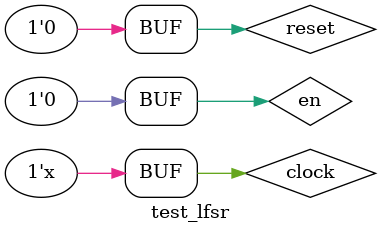
<source format=v>
module LFSR_9b(Q, Clock, Reset);
	input Clock, Reset;
	output [8:0] Q;
	
	parameter x1 = 4, x2 = 8;
	
	wire in;
	xnor (in, Q[x1], Q[x2]);
	
	//module D_FF (q, d, reset, clk;
	D_FF dff0 (Q[0], in, Reset, Clock);
	D_FF dff1 (Q[1], Q[0], Reset, Clock);
	D_FF dff2 (Q[2], Q[1], Reset, Clock);
	D_FF dff3 (Q[3], Q[2], Reset, Clock);
	D_FF dff4 (Q[4], Q[3], Reset, Clock);
	D_FF dff5 (Q[5], Q[4], Reset, Clock);
	D_FF dff6 (Q[6], Q[5], Reset, Clock);
	D_FF dff7 (Q[7], Q[6], Reset, Clock);
	D_FF dff8 (Q[8], Q[7], Reset, Clock);
endmodule 

module test_lfsr;
	
	reg clock, reset, en; // inputs are reg;
	wire [8:0] q;
	LFSR_9b lfsr (q, clock, reset);
	
	parameter cc = 10;
	
	always
		#cc clock = ~clock;
		
	initial
	begin
		reset = 1;
		clock = 0;
		en = 0;
		#cc reset = 0;
		#(5*cc) reset = 1;
		#(5*cc) reset = 0;
		#(5*cc) reset = 1;
		#(5*cc) reset = 0;
		//$finish;
	end

endmodule 
</source>
